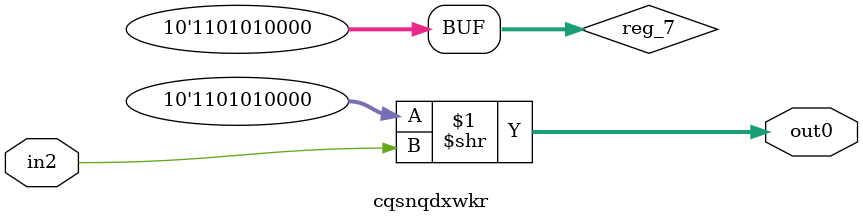
<source format=v>
`timescale 1ns/1ps
module cqsnqdxwkr (in2, out0);
reg signed [9:0] reg_7;
input wire in2;
output wire [12:0] out0;

    initial begin
        reg_7 = 848;
    end
  
    assign out0 = reg_7 >> in2;
endmodule
</source>
